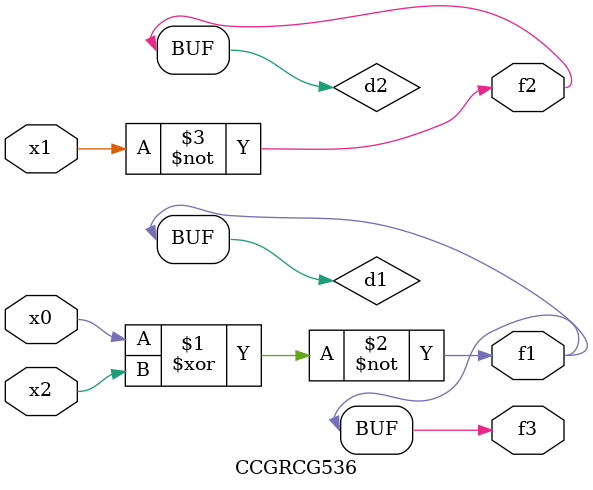
<source format=v>
module CCGRCG536(
	input x0, x1, x2,
	output f1, f2, f3
);

	wire d1, d2, d3;

	xnor (d1, x0, x2);
	nand (d2, x1);
	nor (d3, x1, x2);
	assign f1 = d1;
	assign f2 = d2;
	assign f3 = d1;
endmodule

</source>
